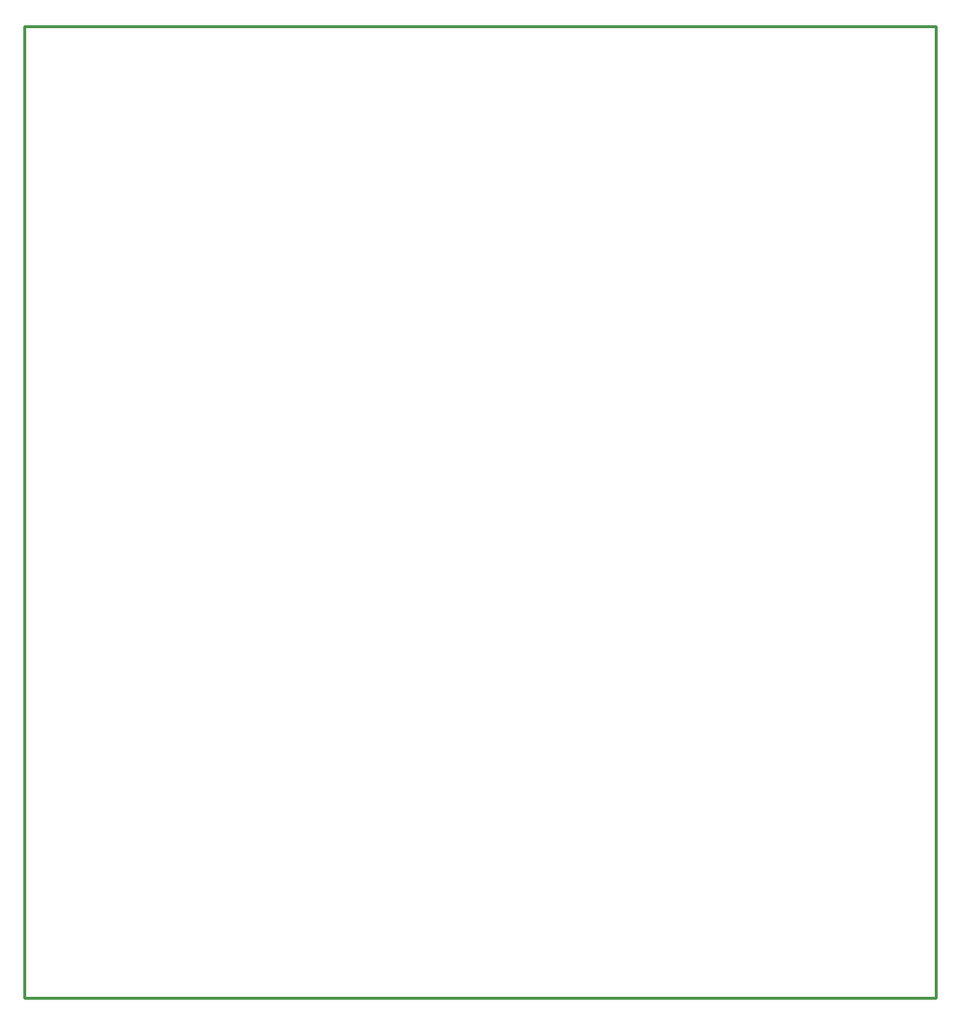
<source format=gko>
G04 Layer: BoardOutlineLayer*
G04 EasyEDA v6.5.50, 2025-05-27 18:24:41*
G04 5b2fd3c6aefe434ba720ef86c0c68af7,b37a74ae5ac9402f918d5afa9d52dbed,10*
G04 Gerber Generator version 0.2*
G04 Scale: 100 percent, Rotated: No, Reflected: No *
G04 Dimensions in millimeters *
G04 leading zeros omitted , absolute positions ,4 integer and 5 decimal *
%FSLAX45Y45*%
%MOMM*%

%ADD10C,0.2540*%
%ADD11C,0.0183*%
D10*
X7950200Y0D02*
G01*
X7950200Y8470900D01*
X0Y8471199D02*
G01*
X7950200Y8471199D01*
X7950200Y299D02*
G01*
X0Y299D01*
X0Y8471199D01*
X7950200Y-2D02*
G01*
X0Y-2D01*

%LPD*%
M02*

</source>
